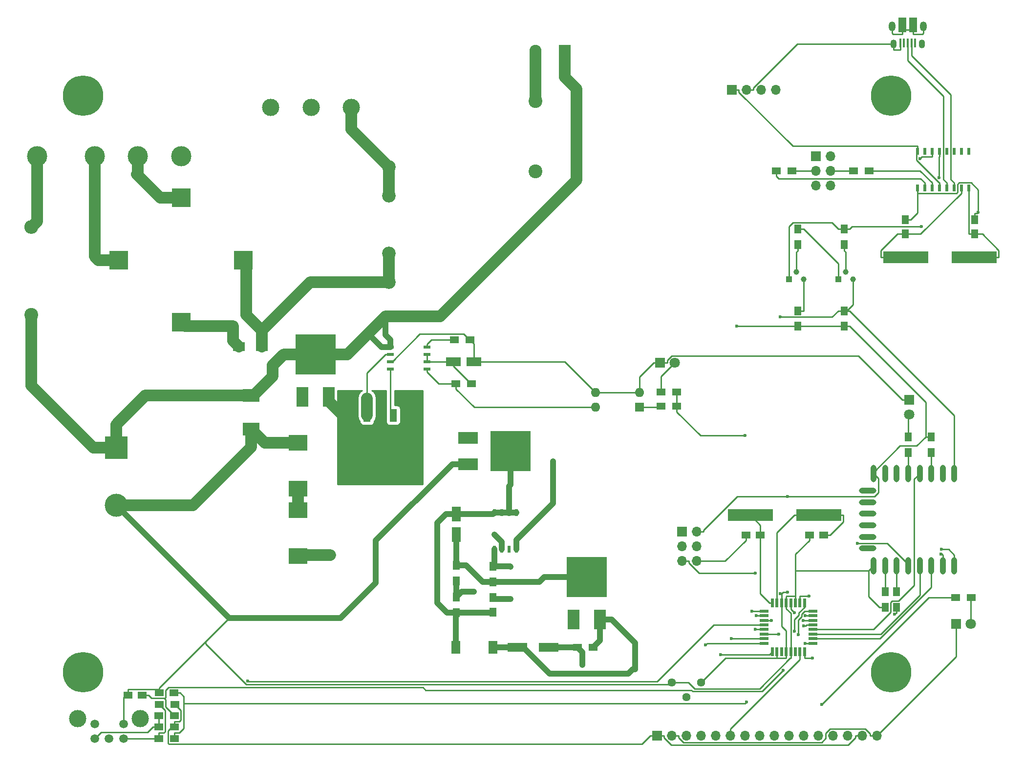
<source format=gbr>
G04 #@! TF.FileFunction,Copper,L1,Top,Signal*
%FSLAX46Y46*%
G04 Gerber Fmt 4.6, Leading zero omitted, Abs format (unit mm)*
G04 Created by KiCad (PCBNEW 4.0.6) date Fri Jun  2 22:43:18 2017*
%MOMM*%
%LPD*%
G01*
G04 APERTURE LIST*
%ADD10C,0.100000*%
%ADD11R,1.200000X2.200000*%
%ADD12R,5.800000X6.400000*%
%ADD13R,2.750000X3.050000*%
%ADD14R,1.250000X1.500000*%
%ADD15R,1.600000X2.600000*%
%ADD16C,3.000000*%
%ADD17R,2.000000X1.600000*%
%ADD18R,2.600000X1.600000*%
%ADD19R,3.500000X1.600000*%
%ADD20R,1.500000X1.250000*%
%ADD21R,3.000000X2.200000*%
%ADD22R,4.000000X4.000000*%
%ADD23C,4.000000*%
%ADD24R,1.800000X1.800000*%
%ADD25C,1.800000*%
%ADD26C,3.500000*%
%ADD27R,1.700000X1.700000*%
%ADD28O,1.700000X1.700000*%
%ADD29C,2.350000*%
%ADD30R,2.100000X3.600000*%
%ADD31O,2.100000X3.600000*%
%ADD32R,0.400000X1.650000*%
%ADD33O,1.100000X1.500000*%
%ADD34O,1.200000X1.700000*%
%ADD35R,1.430000X2.500000*%
%ADD36R,1.500000X2.200000*%
%ADD37C,2.400000*%
%ADD38R,3.180000X3.180000*%
%ADD39C,1.000000*%
%ADD40R,1.000000X1.000000*%
%ADD41R,1.300000X1.500000*%
%ADD42R,3.200000X2.700000*%
%ADD43R,1.500000X1.300000*%
%ADD44O,2.400000X2.400000*%
%ADD45C,1.600000*%
%ADD46C,1.440000*%
%ADD47R,0.508000X1.143000*%
%ADD48R,0.550000X1.600000*%
%ADD49R,1.600000X0.550000*%
%ADD50R,1.143000X0.508000*%
%ADD51R,1.600000X1.600000*%
%ADD52O,1.600000X1.600000*%
%ADD53O,1.000000X3.000000*%
%ADD54O,3.000000X1.000000*%
%ADD55R,7.875000X2.000000*%
%ADD56R,2.000000X3.500000*%
%ADD57R,7.000000X7.000000*%
%ADD58R,3.500000X2.000000*%
%ADD59C,1.500000*%
%ADD60C,7.000000*%
%ADD61C,0.600000*%
%ADD62C,1.200000*%
%ADD63C,1.000000*%
%ADD64C,2.000000*%
%ADD65C,0.250000*%
%ADD66C,0.254000*%
G04 APERTURE END LIST*
D10*
D11*
X128263000Y-97435000D03*
X123703000Y-97435000D03*
D12*
X125983000Y-103735000D03*
D13*
X124458000Y-105410000D03*
X127508000Y-102060000D03*
X127508000Y-105410000D03*
X124458000Y-102060000D03*
D14*
X145542000Y-131552000D03*
X145542000Y-129052000D03*
D15*
X139192000Y-118154000D03*
X139192000Y-114554000D03*
D16*
X107000000Y-44000000D03*
X114000000Y-44000000D03*
X121000000Y-44000000D03*
D17*
X101500000Y-85500000D03*
X105500000Y-85500000D03*
D18*
X138662000Y-88138000D03*
X142262000Y-88138000D03*
D19*
X149794000Y-137668000D03*
X155194000Y-137668000D03*
D20*
X191882000Y-118214000D03*
X189382000Y-118214000D03*
X202882000Y-118214000D03*
X200382000Y-118214000D03*
D21*
X103632000Y-94022000D03*
X103632000Y-99822000D03*
D22*
X80264000Y-103030000D03*
D23*
X80264000Y-113030000D03*
D20*
X84750000Y-146000000D03*
X82250000Y-146000000D03*
X90250000Y-145542000D03*
X87750000Y-145542000D03*
D14*
X229000000Y-63500000D03*
X229000000Y-66000000D03*
X217000000Y-63500000D03*
X217000000Y-66000000D03*
D24*
X225806000Y-133604000D03*
D25*
X228346000Y-133604000D03*
D26*
X91500000Y-52500000D03*
X84000000Y-52500000D03*
X76500000Y-52500000D03*
X66500000Y-52500000D03*
D24*
X174505000Y-88352500D03*
D25*
X177045000Y-88352500D03*
D24*
X217678000Y-94742000D03*
D25*
X217678000Y-97282000D03*
D27*
X173980000Y-153000000D03*
D28*
X176520000Y-153000000D03*
X179060000Y-153000000D03*
X181600000Y-153000000D03*
X184140000Y-153000000D03*
X186680000Y-153000000D03*
X189220000Y-153000000D03*
X191760000Y-153000000D03*
X194300000Y-153000000D03*
X196840000Y-153000000D03*
X199380000Y-153000000D03*
X201920000Y-153000000D03*
X204460000Y-153000000D03*
X207000000Y-153000000D03*
X209540000Y-153000000D03*
X212080000Y-153000000D03*
D29*
X127508000Y-59342000D03*
X127508000Y-54342000D03*
X127508000Y-69342000D03*
X127508000Y-74342000D03*
D30*
X158000000Y-35000000D03*
D31*
X152920000Y-35000000D03*
D27*
X178308000Y-117602000D03*
D28*
X180848000Y-117602000D03*
X178308000Y-120142000D03*
X180848000Y-120142000D03*
X178308000Y-122682000D03*
X180848000Y-122682000D03*
D32*
X218720000Y-32880000D03*
X218070000Y-32880000D03*
X217420000Y-32880000D03*
X216770000Y-32880000D03*
X216120000Y-32880000D03*
D33*
X219840000Y-33000000D03*
X215000000Y-33000000D03*
D34*
X220150000Y-30000000D03*
X214690000Y-30000000D03*
D35*
X218380000Y-29760000D03*
X216460000Y-29760000D03*
D27*
X201460000Y-52460000D03*
D28*
X204000000Y-52460000D03*
X201460000Y-55000000D03*
X204000000Y-55000000D03*
X201460000Y-57540000D03*
X204000000Y-57540000D03*
D27*
X186920000Y-41000000D03*
D28*
X189460000Y-41000000D03*
X192000000Y-41000000D03*
X194540000Y-41000000D03*
D36*
X139142000Y-137668000D03*
X145542000Y-137668000D03*
D37*
X152908000Y-42918000D03*
X152908000Y-55118000D03*
D38*
X102300000Y-70500000D03*
X91500000Y-59700000D03*
X80700000Y-70500000D03*
X91500000Y-81300000D03*
D39*
X206648000Y-72530000D03*
X207918000Y-73800000D03*
D40*
X205378000Y-73800000D03*
D39*
X198108000Y-72530000D03*
X199378000Y-73800000D03*
D40*
X196838000Y-73800000D03*
D41*
X145542000Y-126318000D03*
X145542000Y-123618000D03*
X139192000Y-128952000D03*
X139192000Y-131652000D03*
X139192000Y-126144000D03*
X139192000Y-123444000D03*
D42*
X111760000Y-102222000D03*
X111760000Y-110122000D03*
D43*
X162894000Y-137668000D03*
X160194000Y-137668000D03*
X141558000Y-84328000D03*
X138858000Y-84328000D03*
X139112000Y-91948000D03*
X141812000Y-91948000D03*
X228426000Y-129032000D03*
X225726000Y-129032000D03*
X177395000Y-95852500D03*
X174695000Y-95852500D03*
X174695000Y-93352500D03*
X177395000Y-93352500D03*
D37*
X65532000Y-80010000D03*
D44*
X65532000Y-64770000D03*
D41*
X206378000Y-79300000D03*
X206378000Y-82000000D03*
X221500000Y-103850000D03*
X221500000Y-101150000D03*
X215500000Y-130700000D03*
X215500000Y-128000000D03*
X213500000Y-130700000D03*
X213500000Y-128000000D03*
X206378000Y-65100000D03*
X206378000Y-67800000D03*
X198378000Y-65100000D03*
X198378000Y-67800000D03*
X198378000Y-82000000D03*
X198378000Y-79300000D03*
D43*
X87650000Y-151500000D03*
X90350000Y-151500000D03*
X87724000Y-147574000D03*
X90424000Y-147574000D03*
X90350000Y-149500000D03*
X87650000Y-149500000D03*
X87650000Y-153500000D03*
X90350000Y-153500000D03*
X208000000Y-55000000D03*
X210700000Y-55000000D03*
X197350000Y-55000000D03*
X194650000Y-55000000D03*
D41*
X217500000Y-103850000D03*
X217500000Y-101150000D03*
D42*
X111760000Y-121806000D03*
X111760000Y-113906000D03*
D45*
X100500000Y-82000000D03*
X102800000Y-77000000D03*
D46*
X181610000Y-143764000D03*
X179070000Y-146304000D03*
X176530000Y-143764000D03*
D47*
X145796000Y-114300000D03*
X147066000Y-114300000D03*
X148336000Y-114300000D03*
X149606000Y-114300000D03*
X149606000Y-120650000D03*
X148336000Y-120650000D03*
X147066000Y-120650000D03*
X145796000Y-120650000D03*
D48*
X199542000Y-129930000D03*
X198742000Y-129930000D03*
X197942000Y-129930000D03*
X197142000Y-129930000D03*
X196342000Y-129930000D03*
X195542000Y-129930000D03*
X194742000Y-129930000D03*
X193942000Y-129930000D03*
D49*
X192492000Y-131380000D03*
X192492000Y-132180000D03*
X192492000Y-132980000D03*
X192492000Y-133780000D03*
X192492000Y-134580000D03*
X192492000Y-135380000D03*
X192492000Y-136180000D03*
X192492000Y-136980000D03*
D48*
X193942000Y-138430000D03*
X194742000Y-138430000D03*
X195542000Y-138430000D03*
X196342000Y-138430000D03*
X197142000Y-138430000D03*
X197942000Y-138430000D03*
X198742000Y-138430000D03*
X199542000Y-138430000D03*
D49*
X200992000Y-136980000D03*
X200992000Y-136180000D03*
X200992000Y-135380000D03*
X200992000Y-134580000D03*
X200992000Y-133780000D03*
X200992000Y-132980000D03*
X200992000Y-132180000D03*
X200992000Y-131380000D03*
D50*
X134112000Y-85598000D03*
X134112000Y-86868000D03*
X134112000Y-88138000D03*
X134112000Y-89408000D03*
X127762000Y-89408000D03*
X127762000Y-88138000D03*
X127762000Y-86868000D03*
X127762000Y-85598000D03*
D51*
X170942000Y-96012000D03*
D52*
X163322000Y-93472000D03*
X170942000Y-93472000D03*
X163322000Y-96012000D03*
D53*
X225500000Y-107500000D03*
X223500000Y-107500000D03*
X221500000Y-107500000D03*
X219500000Y-107500000D03*
X217500000Y-107500000D03*
X215500000Y-107500000D03*
X213500000Y-107500000D03*
X211500000Y-107500000D03*
D54*
X210500000Y-110500000D03*
X210500000Y-112500000D03*
X210500000Y-114500000D03*
X210500000Y-116500000D03*
X210500000Y-118500000D03*
X210500000Y-120500000D03*
D53*
X211500000Y-123500000D03*
X213500000Y-123500000D03*
X215500000Y-123500000D03*
X217500000Y-123500000D03*
X219500000Y-123500000D03*
X221500000Y-123500000D03*
X223500000Y-123500000D03*
X225500000Y-123500000D03*
D47*
X219110000Y-51650000D03*
X221650000Y-51650000D03*
X222920000Y-51650000D03*
X224190000Y-51650000D03*
X225460000Y-51650000D03*
X226730000Y-51650000D03*
X228000000Y-51650000D03*
X228000000Y-58000000D03*
X226730000Y-58000000D03*
X225460000Y-58000000D03*
X224190000Y-58000000D03*
X222920000Y-58000000D03*
X221650000Y-58000000D03*
X220380000Y-58000000D03*
X219110000Y-58000000D03*
X220380000Y-51650000D03*
D55*
X202007500Y-114714000D03*
X190132500Y-114714000D03*
X228937500Y-70000000D03*
X217062500Y-70000000D03*
D56*
X112508000Y-94237000D03*
X117088000Y-94237000D03*
D57*
X114808000Y-86837000D03*
D56*
X159498000Y-132845000D03*
X164078000Y-132845000D03*
D57*
X161798000Y-125445000D03*
D58*
X141221000Y-101332000D03*
X141221000Y-105912000D03*
D57*
X148621000Y-103632000D03*
D59*
X76500000Y-151000000D03*
X81500000Y-151000000D03*
X76500000Y-153500000D03*
X79000000Y-153500000D03*
X81500000Y-153500000D03*
D16*
X73600000Y-150000000D03*
X84400000Y-150000000D03*
D60*
X74500000Y-42000000D03*
D61*
X77125000Y-42000000D03*
X76356155Y-43856155D03*
X74500000Y-44625000D03*
X72643845Y-43856155D03*
X71875000Y-42000000D03*
X72643845Y-40143845D03*
X74500000Y-39375000D03*
X76356155Y-40143845D03*
D60*
X74500000Y-142000000D03*
D61*
X77125000Y-142000000D03*
X76356155Y-143856155D03*
X74500000Y-144625000D03*
X72643845Y-143856155D03*
X71875000Y-142000000D03*
X72643845Y-140143845D03*
X74500000Y-139375000D03*
X76356155Y-140143845D03*
D60*
X214500000Y-42000000D03*
D61*
X217125000Y-42000000D03*
X216356155Y-43856155D03*
X214500000Y-44625000D03*
X212643845Y-43856155D03*
X211875000Y-42000000D03*
X212643845Y-40143845D03*
X214500000Y-39375000D03*
X216356155Y-40143845D03*
D60*
X214500000Y-142000000D03*
D61*
X217125000Y-142000000D03*
X216356155Y-143856155D03*
X214500000Y-144625000D03*
X212643845Y-143856155D03*
X211875000Y-142000000D03*
X212643845Y-140143845D03*
X214500000Y-139375000D03*
X216356155Y-140143845D03*
X148590000Y-129286000D03*
X148590000Y-123698000D03*
X161036000Y-140716000D03*
X229642400Y-62249200D03*
X170180000Y-141478000D03*
X215118000Y-131954200D03*
X196602500Y-128074400D03*
X196602500Y-111500000D03*
X195350900Y-128327100D03*
X197784400Y-131688700D03*
X187783200Y-82000000D03*
X155956000Y-105410000D03*
X195848800Y-141661000D03*
X198437300Y-135475900D03*
X197806600Y-134873100D03*
X189437000Y-147180200D03*
X182390200Y-137261400D03*
X185014900Y-138923900D03*
X200341800Y-128804700D03*
X190369500Y-131380000D03*
X191191700Y-132180000D03*
X193797600Y-132980000D03*
X186853100Y-136180000D03*
X199398600Y-133939800D03*
X191022800Y-124795300D03*
X195322600Y-80375400D03*
X199317900Y-132980000D03*
X199671500Y-132180000D03*
X223199300Y-121481300D03*
X223280100Y-120677800D03*
X200912000Y-139555300D03*
X199671300Y-136980000D03*
X219532300Y-52927300D03*
X208708500Y-119650000D03*
X222865700Y-56236700D03*
X219754100Y-64648500D03*
X142240000Y-128016000D03*
X145796000Y-118110000D03*
X195081800Y-135380000D03*
X202536900Y-147574000D03*
X191002700Y-134580000D03*
X189205200Y-100944100D03*
D62*
X117348000Y-121666000D03*
X123703000Y-94493000D03*
D61*
X103045000Y-143473200D03*
D62*
X121000000Y-101000000D03*
X121000000Y-105000000D03*
X121000000Y-108000000D03*
X124500000Y-108000000D03*
X128000000Y-108000000D03*
X131500000Y-108000000D03*
X131500000Y-105000000D03*
X131500000Y-101000000D03*
X128000000Y-101000000D03*
X128000000Y-105000000D03*
X124500000Y-101000000D03*
X124500000Y-105000000D03*
X131572000Y-103632000D03*
D63*
X139192000Y-131652000D02*
X137542000Y-131652000D01*
X137542000Y-131652000D02*
X135890000Y-130000000D01*
X135890000Y-130000000D02*
X135890000Y-116056000D01*
X135890000Y-116056000D02*
X137392000Y-114554000D01*
X137392000Y-114554000D02*
X139192000Y-114554000D01*
X139192000Y-131552000D02*
X139192000Y-131652000D01*
X145442000Y-131652000D02*
X145542000Y-131552000D01*
X139192000Y-131652000D02*
X145442000Y-131652000D01*
X139142000Y-131702000D02*
X139192000Y-131652000D01*
X139142000Y-137668000D02*
X139142000Y-131702000D01*
X148336000Y-114300000D02*
X149606000Y-114300000D01*
X147066000Y-114300000D02*
X148336000Y-114300000D01*
X145796000Y-114300000D02*
X147066000Y-114300000D01*
X145542000Y-114554000D02*
X145796000Y-114300000D01*
X139192000Y-114554000D02*
X145542000Y-114554000D01*
X148336000Y-109728000D02*
X148336000Y-114300000D01*
X148621000Y-109443000D02*
X148336000Y-109728000D01*
X148621000Y-103632000D02*
X148621000Y-109443000D01*
X145796000Y-120650000D02*
X145796000Y-123364000D01*
X145796000Y-123364000D02*
X145542000Y-123618000D01*
X145776000Y-129286000D02*
X145542000Y-129052000D01*
X148590000Y-129286000D02*
X145776000Y-129286000D01*
X148510000Y-123618000D02*
X148590000Y-123698000D01*
X145542000Y-123618000D02*
X148510000Y-123618000D01*
X153590000Y-126318000D02*
X145542000Y-126318000D01*
X154463000Y-125445000D02*
X153590000Y-126318000D01*
X161798000Y-125445000D02*
X154463000Y-125445000D01*
X143716000Y-126318000D02*
X145542000Y-126318000D01*
X140842000Y-123444000D02*
X143716000Y-126318000D01*
X139192000Y-123444000D02*
X140842000Y-123444000D01*
X139192000Y-118154000D02*
X139192000Y-123444000D01*
D64*
X92200000Y-82000000D02*
X91500000Y-81300000D01*
X100500000Y-82000000D02*
X92200000Y-82000000D01*
X100500000Y-84500000D02*
X101500000Y-85500000D01*
X100500000Y-82000000D02*
X100500000Y-84500000D01*
X127508000Y-54342000D02*
X127508000Y-59342000D01*
X121000000Y-47834000D02*
X127508000Y-54342000D01*
X121000000Y-44000000D02*
X121000000Y-47834000D01*
X102800000Y-71000000D02*
X102300000Y-70500000D01*
X102800000Y-77000000D02*
X102800000Y-71000000D01*
X102800000Y-80000000D02*
X105500000Y-82700000D01*
X102800000Y-77000000D02*
X102800000Y-80000000D01*
X127508000Y-69342000D02*
X127508000Y-74342000D01*
X113858000Y-74342000D02*
X105500000Y-82700000D01*
X127508000Y-74342000D02*
X113858000Y-74342000D01*
X105500000Y-82700000D02*
X105500000Y-85500000D01*
D65*
X138662000Y-88898000D02*
X138662000Y-88138000D01*
X141712000Y-91948000D02*
X138662000Y-88898000D01*
X141812000Y-91948000D02*
X141712000Y-91948000D01*
X134112000Y-88138000D02*
X134112000Y-86868000D01*
X138662000Y-88138000D02*
X134112000Y-88138000D01*
X225806000Y-133604000D02*
X225806000Y-139274000D01*
X225806000Y-139274000D02*
X212080000Y-153000000D01*
X163322000Y-93472000D02*
X164453370Y-93472000D01*
X164453370Y-93472000D02*
X170942000Y-93472000D01*
D63*
X161036000Y-140716000D02*
X161036000Y-138510000D01*
X161036000Y-138510000D02*
X160194000Y-137668000D01*
D65*
X185789000Y-122682000D02*
X180848000Y-122682000D01*
X189382000Y-119089000D02*
X185789000Y-122682000D01*
X189382000Y-118214000D02*
X189382000Y-119089000D01*
D63*
X160194000Y-137668000D02*
X155194000Y-137668000D01*
D65*
X173355000Y-88352500D02*
X174505000Y-88352500D01*
X170942000Y-90765200D02*
X173355000Y-88352500D01*
X170942000Y-93472000D02*
X170942000Y-90765200D01*
X157988000Y-88138000D02*
X163322000Y-93472000D01*
X142262000Y-88138000D02*
X157988000Y-88138000D01*
X142262000Y-85032000D02*
X141558000Y-84328000D01*
X142262000Y-88138000D02*
X142262000Y-85032000D01*
X141458000Y-84328000D02*
X141558000Y-84328000D01*
X140483000Y-83353000D02*
X141458000Y-84328000D01*
X132865000Y-83353000D02*
X140483000Y-83353000D01*
X128080000Y-88138000D02*
X132865000Y-83353000D01*
X127762000Y-88138000D02*
X128080000Y-88138000D01*
D64*
X106032000Y-102222000D02*
X103632000Y-99822000D01*
X111760000Y-102222000D02*
X106032000Y-102222000D01*
X103632000Y-102922000D02*
X103632000Y-99822000D01*
X93524000Y-113030000D02*
X103632000Y-102922000D01*
X80264000Y-113030000D02*
X93524000Y-113030000D01*
D63*
X119126000Y-132588000D02*
X99822000Y-132588000D01*
X125222000Y-126492000D02*
X119126000Y-132588000D01*
X125222000Y-119161000D02*
X125222000Y-126492000D01*
X138471000Y-105912000D02*
X125222000Y-119161000D01*
X141221000Y-105912000D02*
X138471000Y-105912000D01*
X99822000Y-132588000D02*
X80264000Y-113030000D01*
D65*
X197942000Y-129930000D02*
X197942000Y-128880000D01*
X196342000Y-128880000D02*
X196342000Y-129930000D01*
X196417000Y-128805000D02*
X196342000Y-128880000D01*
X197867000Y-128805000D02*
X196417000Y-128805000D01*
X197942000Y-128880000D02*
X197867000Y-128805000D01*
X197942000Y-121529000D02*
X197942000Y-124339400D01*
X200382000Y-119089000D02*
X197942000Y-121529000D01*
X200382000Y-118214000D02*
X200382000Y-119089000D01*
X197942000Y-124339400D02*
X197942000Y-128880000D01*
X87750000Y-145542000D02*
X87750000Y-144970900D01*
X82328800Y-144970900D02*
X82250000Y-145049700D01*
X87750000Y-144970900D02*
X82328800Y-144970900D01*
X217000000Y-63500000D02*
X217950300Y-63500000D01*
X213500000Y-130700000D02*
X212524700Y-130700000D01*
X210660600Y-128835900D02*
X212524700Y-130700000D01*
X210660600Y-124339400D02*
X210660600Y-128835900D01*
X197942000Y-124339400D02*
X210660600Y-124339400D01*
X210660600Y-124339400D02*
X211500000Y-123500000D01*
X197142000Y-131780000D02*
X197142000Y-138430000D01*
X196342000Y-130980000D02*
X197142000Y-131780000D01*
X196342000Y-129930000D02*
X196342000Y-130980000D01*
X197142000Y-138430000D02*
X197142000Y-139555300D01*
X189460000Y-41000000D02*
X190635300Y-41000000D01*
X214850000Y-31335300D02*
X214690000Y-31175300D01*
X216460000Y-31335300D02*
X214850000Y-31335300D01*
X214690000Y-30000000D02*
X214690000Y-31175300D01*
X219990000Y-31335300D02*
X220150000Y-31175300D01*
X218380000Y-31335300D02*
X219990000Y-31335300D01*
X220150000Y-30000000D02*
X220150000Y-31175300D01*
X216460000Y-30547600D02*
X218380000Y-30547600D01*
X218380000Y-29760000D02*
X218380000Y-30547600D01*
X218380000Y-30547600D02*
X218380000Y-31335300D01*
X216460000Y-29760000D02*
X216460000Y-30547600D01*
X216460000Y-30547600D02*
X216460000Y-31335300D01*
X198268000Y-33000000D02*
X215000000Y-33000000D01*
X190635300Y-40632700D02*
X198268000Y-33000000D01*
X190635300Y-41000000D02*
X190635300Y-40632700D01*
X216075000Y-34075300D02*
X216120000Y-34030300D01*
X215000000Y-34075300D02*
X216075000Y-34075300D01*
X216120000Y-32880000D02*
X216120000Y-34030300D01*
X215000000Y-33000000D02*
X215000000Y-34075300D01*
X176520000Y-153000000D02*
X177695300Y-153000000D01*
X177695300Y-153301300D02*
X177695300Y-153000000D01*
X178569300Y-154175300D02*
X177695300Y-153301300D01*
X202473700Y-154175300D02*
X178569300Y-154175300D01*
X203190000Y-153459000D02*
X202473700Y-154175300D01*
X203190000Y-152598700D02*
X203190000Y-153459000D01*
X203976300Y-151812400D02*
X203190000Y-152598700D01*
X210084400Y-151812400D02*
X203976300Y-151812400D01*
X210904700Y-152632700D02*
X210084400Y-151812400D01*
X210904700Y-153000000D02*
X210904700Y-152632700D01*
X212080000Y-153000000D02*
X210904700Y-153000000D01*
X229000000Y-63500000D02*
X229000000Y-62424700D01*
X229466900Y-62424700D02*
X229000000Y-62424700D01*
X229642400Y-62249200D02*
X229466900Y-62424700D01*
X175730300Y-87892900D02*
X175730300Y-88352500D01*
X176496000Y-87127200D02*
X175730300Y-87892900D01*
X208837900Y-87127200D02*
X176496000Y-87127200D01*
X216452700Y-94742000D02*
X208837900Y-87127200D01*
X217678000Y-94742000D02*
X216452700Y-94742000D01*
X174505000Y-88352500D02*
X175730300Y-88352500D01*
X82250000Y-146000000D02*
X82250000Y-145524800D01*
X82250000Y-145524800D02*
X82250000Y-145049700D01*
X81500000Y-146274800D02*
X81500000Y-151000000D01*
X82250000Y-145524800D02*
X81500000Y-146274800D01*
X87750000Y-144667000D02*
X95755800Y-136661200D01*
X87750000Y-144970900D02*
X87750000Y-144667000D01*
X99822000Y-132595000D02*
X99822000Y-132588000D01*
X95755800Y-136661200D02*
X99822000Y-132595000D01*
X176192300Y-144101700D02*
X176530000Y-143764000D01*
X102789200Y-144101700D02*
X176192300Y-144101700D01*
X95755800Y-137068300D02*
X102789200Y-144101700D01*
X95755800Y-136661200D02*
X95755800Y-137068300D01*
X179435200Y-143764000D02*
X176530000Y-143764000D01*
X180527200Y-144856000D02*
X179435200Y-143764000D01*
X191738700Y-144856000D02*
X180527200Y-144856000D01*
X197039400Y-139555300D02*
X191738700Y-144856000D01*
X197142000Y-139555300D02*
X197039400Y-139555300D01*
X229642400Y-58306000D02*
X229642400Y-62249200D01*
X228439500Y-57103100D02*
X229642400Y-58306000D01*
X226340000Y-57103100D02*
X228439500Y-57103100D01*
X226039400Y-57403700D02*
X226340000Y-57103100D01*
X226039400Y-58706200D02*
X226039400Y-57403700D01*
X225848800Y-58896800D02*
X226039400Y-58706200D01*
X219110000Y-58896800D02*
X225848800Y-58896800D01*
X219110000Y-58000000D02*
X219110000Y-58896800D01*
X219110000Y-62340300D02*
X217950300Y-63500000D01*
X219110000Y-58896800D02*
X219110000Y-62340300D01*
D63*
X168993736Y-142240000D02*
X155316000Y-142240000D01*
X155316000Y-142240000D02*
X150744000Y-137668000D01*
X150744000Y-137668000D02*
X149794000Y-137668000D01*
X170180000Y-141478000D02*
X169755736Y-141478000D01*
X169755736Y-141478000D02*
X168993736Y-142240000D01*
X170180000Y-141478000D02*
X170180000Y-136947000D01*
X170180000Y-136947000D02*
X166078000Y-132845000D01*
X166078000Y-132845000D02*
X164078000Y-132845000D01*
X149794000Y-137668000D02*
X145542000Y-137668000D01*
X164078000Y-136484000D02*
X162894000Y-137668000D01*
X164078000Y-132845000D02*
X164078000Y-136484000D01*
D65*
X218929000Y-102745700D02*
X220524700Y-101150000D01*
X216087000Y-102745700D02*
X218929000Y-102745700D01*
X211500000Y-107332700D02*
X216087000Y-102745700D01*
X211500000Y-107500000D02*
X211500000Y-107332700D01*
X221500000Y-101150000D02*
X220524700Y-101150000D01*
X196342000Y-139555300D02*
X194742000Y-139555300D01*
X194742000Y-138430000D02*
X194742000Y-139442700D01*
X194742000Y-139442700D02*
X194742000Y-139555300D01*
X185818600Y-139555400D02*
X181610000Y-143764000D01*
X194742000Y-139555400D02*
X185818600Y-139555400D01*
X194742000Y-139555300D02*
X194742000Y-139555400D01*
X196342000Y-138992600D02*
X196342000Y-139555300D01*
X196342000Y-138992600D02*
X196342000Y-138430000D01*
X195542000Y-134006100D02*
X195542000Y-129930000D01*
X196342000Y-134806100D02*
X195542000Y-134006100D01*
X196342000Y-138430000D02*
X196342000Y-134806100D01*
X91203400Y-150524700D02*
X90350000Y-150524700D01*
X91467000Y-150261100D02*
X91203400Y-150524700D01*
X91467000Y-148617000D02*
X91467000Y-150261100D01*
X90424000Y-147574000D02*
X91467000Y-148617000D01*
X215500000Y-130700000D02*
X215500000Y-131775300D01*
X215296900Y-131775300D02*
X215118000Y-131954200D01*
X215500000Y-131775300D02*
X215296900Y-131775300D01*
X220524700Y-95171400D02*
X220524700Y-101150000D01*
X207353300Y-82000000D02*
X220524700Y-95171400D01*
X206378000Y-82000000D02*
X207353300Y-82000000D01*
X180848000Y-117602000D02*
X182023300Y-117602000D01*
X209540000Y-153000000D02*
X208364700Y-153000000D01*
X173980000Y-153000000D02*
X175155300Y-153000000D01*
X208364700Y-153367300D02*
X208364700Y-153000000D01*
X207106400Y-154625600D02*
X208364700Y-153367300D01*
X176413500Y-154625600D02*
X207106400Y-154625600D01*
X175155300Y-153367400D02*
X176413500Y-154625600D01*
X175155300Y-153000000D02*
X175155300Y-153367400D01*
X212364300Y-108364300D02*
X211500000Y-107500000D01*
X212364300Y-110817500D02*
X212364300Y-108364300D01*
X211681800Y-111500000D02*
X212364300Y-110817500D01*
X196602500Y-111500000D02*
X211681800Y-111500000D01*
X187904900Y-111500000D02*
X196602500Y-111500000D01*
X182023300Y-117381600D02*
X187904900Y-111500000D01*
X182023300Y-117602000D02*
X182023300Y-117381600D01*
X222920000Y-58000000D02*
X222920000Y-57103200D01*
X195542000Y-129930000D02*
X195542000Y-128804700D01*
X186920000Y-41000000D02*
X188095300Y-41000000D01*
X188095300Y-41367400D02*
X188095300Y-41000000D01*
X197481100Y-50753200D02*
X188095300Y-41367400D01*
X219110000Y-50753200D02*
X197481100Y-50753200D01*
X219110000Y-51650000D02*
X219110000Y-50753200D01*
X222823900Y-57103200D02*
X222920000Y-57103200D01*
X218907000Y-53186300D02*
X222823900Y-57103200D01*
X218907000Y-51853000D02*
X218907000Y-53186300D01*
X219110000Y-51650000D02*
X218907000Y-51853000D01*
X195542000Y-128804700D02*
X195542000Y-128327100D01*
X195794700Y-128074400D02*
X195542000Y-128327100D01*
X196602500Y-128074400D02*
X195794700Y-128074400D01*
X195542000Y-128327100D02*
X195350900Y-128327100D01*
X197151000Y-131055300D02*
X197784400Y-131688700D01*
X197142000Y-131055300D02*
X197151000Y-131055300D01*
X197142000Y-129930000D02*
X197142000Y-131055300D01*
X206378000Y-82000000D02*
X198378000Y-82000000D01*
X198378000Y-82000000D02*
X187783200Y-82000000D01*
X90350000Y-151500000D02*
X90350000Y-151012300D01*
X90350000Y-151012300D02*
X90350000Y-150524700D01*
X171329300Y-154475400D02*
X172804700Y-153000000D01*
X89371800Y-154475400D02*
X171329300Y-154475400D01*
X89210000Y-154313600D02*
X89371800Y-154475400D01*
X89210000Y-152152300D02*
X89210000Y-154313600D01*
X90350000Y-151012300D02*
X89210000Y-152152300D01*
X173980000Y-153000000D02*
X172804700Y-153000000D01*
X193417000Y-129930000D02*
X193942000Y-129930000D01*
X191882000Y-128395000D02*
X193417000Y-129930000D01*
X191882000Y-118214000D02*
X191882000Y-128395000D01*
X190132500Y-114714500D02*
X190132000Y-114714000D01*
X191882000Y-116464000D02*
X190132500Y-114714500D01*
X191882000Y-118214000D02*
X191882000Y-116464000D01*
X190132500Y-114714500D02*
X190132500Y-114714000D01*
X202007500Y-114714000D02*
X197744700Y-114714000D01*
X206270300Y-115901000D02*
X206270300Y-114714000D01*
X203957300Y-118214000D02*
X206270300Y-115901000D01*
X202007500Y-114714000D02*
X206270300Y-114714000D01*
X202882000Y-118214000D02*
X203957300Y-118214000D01*
X194725600Y-128788300D02*
X194742000Y-128804700D01*
X194725600Y-117733100D02*
X194725600Y-128788300D01*
X197744700Y-114714000D02*
X194725600Y-117733100D01*
X194742000Y-129930000D02*
X194742000Y-128804700D01*
D63*
X155956000Y-112728000D02*
X155956000Y-105410000D01*
X149606000Y-119078000D02*
X155956000Y-112728000D01*
X149606000Y-120650000D02*
X149606000Y-119078000D01*
D64*
X126881000Y-80264000D02*
X123833000Y-83312000D01*
D63*
X123904000Y-83312000D02*
X123833000Y-83312000D01*
X126190000Y-85598000D02*
X123904000Y-83312000D01*
X127762000Y-85598000D02*
X126190000Y-85598000D01*
X126881000Y-83463000D02*
X126881000Y-80264000D01*
X127762000Y-84344000D02*
X126881000Y-83463000D01*
X127762000Y-85598000D02*
X127762000Y-84344000D01*
D64*
X120308000Y-86837000D02*
X114808000Y-86837000D01*
X123833000Y-83312000D02*
X120308000Y-86837000D01*
X136398000Y-80264000D02*
X126881000Y-80264000D01*
X160020000Y-56642000D02*
X136398000Y-80264000D01*
X160020000Y-40820000D02*
X160020000Y-56642000D01*
X158000000Y-38800000D02*
X160020000Y-40820000D01*
X158000000Y-35000000D02*
X158000000Y-38800000D01*
X109308000Y-86837000D02*
X114808000Y-86837000D01*
X107376000Y-88769000D02*
X109308000Y-86837000D01*
X107376000Y-90678000D02*
X107376000Y-88769000D01*
X104032000Y-94022000D02*
X107376000Y-90678000D01*
X103632000Y-94022000D02*
X104032000Y-94022000D01*
X85272000Y-94022000D02*
X103632000Y-94022000D01*
X80264000Y-99030000D02*
X85272000Y-94022000D01*
X80264000Y-103030000D02*
X80264000Y-99030000D01*
X76264000Y-103030000D02*
X80264000Y-103030000D01*
X65532000Y-92298000D02*
X76264000Y-103030000D01*
X65532000Y-80010000D02*
X65532000Y-92298000D01*
D65*
X84750000Y-146000000D02*
X85825300Y-146000000D01*
X192176500Y-145333300D02*
X195848800Y-141661000D01*
X180142300Y-145333300D02*
X192176500Y-145333300D01*
X179890100Y-145081100D02*
X180142300Y-145333300D01*
X133887700Y-145081100D02*
X179890100Y-145081100D01*
X133398200Y-144591600D02*
X133887700Y-145081100D01*
X89327100Y-144591600D02*
X133398200Y-144591600D01*
X88825400Y-145093300D02*
X89327100Y-144591600D01*
X88825400Y-146386100D02*
X88825400Y-145093300D01*
X88612900Y-146598600D02*
X88825400Y-146386100D01*
X88506600Y-146492400D02*
X88612900Y-146598600D01*
X86317700Y-146492400D02*
X88506600Y-146492400D01*
X85825300Y-146000000D02*
X86317700Y-146492400D01*
X88838100Y-147988100D02*
X90350000Y-149500000D01*
X88838100Y-146823900D02*
X88838100Y-147988100D01*
X88612900Y-146598600D02*
X88838100Y-146823900D01*
X199547900Y-131380000D02*
X200992000Y-131380000D01*
X199008200Y-131919700D02*
X199547900Y-131380000D01*
X199008200Y-132369200D02*
X199008200Y-131919700D01*
X198437300Y-132940100D02*
X199008200Y-132369200D01*
X198437300Y-135475900D02*
X198437300Y-132940100D01*
X189244300Y-147372900D02*
X91965100Y-147372900D01*
X189437000Y-147180200D02*
X189244300Y-147372900D01*
X91965100Y-146181800D02*
X91965100Y-147372900D01*
X91325300Y-145542000D02*
X91965100Y-146181800D01*
X91203400Y-152524700D02*
X90350000Y-152524700D01*
X91965100Y-151763000D02*
X91203400Y-152524700D01*
X91965100Y-147372900D02*
X91965100Y-151763000D01*
X90350000Y-153500000D02*
X90350000Y-152524700D01*
X90250000Y-145542000D02*
X91325300Y-145542000D01*
X199542000Y-130709800D02*
X199542000Y-129930000D01*
X198557900Y-131693900D02*
X199542000Y-130709800D01*
X198557900Y-132096000D02*
X198557900Y-131693900D01*
X197806600Y-132847300D02*
X198557900Y-132096000D01*
X197806600Y-134873100D02*
X197806600Y-132847300D01*
X230372300Y-66000000D02*
X229000000Y-66000000D01*
X233200300Y-68828000D02*
X230372300Y-66000000D01*
X233200300Y-70000000D02*
X233200300Y-68828000D01*
X228937500Y-70000000D02*
X233200300Y-70000000D01*
X228000000Y-65950300D02*
X228049700Y-66000000D01*
X228000000Y-58000000D02*
X228000000Y-65950300D01*
X229000000Y-66000000D02*
X228049700Y-66000000D01*
X215627700Y-66000000D02*
X217000000Y-66000000D01*
X212799700Y-68828000D02*
X215627700Y-66000000D01*
X212799700Y-70000000D02*
X212799700Y-68828000D01*
X217062500Y-70000000D02*
X212799700Y-70000000D01*
X226730000Y-58000000D02*
X226730000Y-58896800D01*
X217000000Y-66000000D02*
X217950300Y-66000000D01*
X219626800Y-66000000D02*
X226730000Y-58896800D01*
X217950300Y-66000000D02*
X219626800Y-66000000D01*
X228346000Y-133604000D02*
X228346000Y-129112000D01*
X228346000Y-129112000D02*
X228426000Y-129032000D01*
D64*
X84000000Y-55430000D02*
X84000000Y-52500000D01*
X83820000Y-55610000D02*
X84000000Y-55430000D01*
X87910000Y-59700000D02*
X83820000Y-55610000D01*
X91500000Y-59700000D02*
X87910000Y-59700000D01*
X77110000Y-70500000D02*
X80700000Y-70500000D01*
X76500000Y-69890000D02*
X77110000Y-70500000D01*
X76500000Y-52500000D02*
X76500000Y-69890000D01*
X66500000Y-63802000D02*
X65532000Y-64770000D01*
X66500000Y-52500000D02*
X66500000Y-63802000D01*
D65*
X174695000Y-90702500D02*
X177045000Y-88352500D01*
X174695000Y-93352500D02*
X174695000Y-90702500D01*
X217500000Y-97460000D02*
X217678000Y-97282000D01*
X217500000Y-101150000D02*
X217500000Y-97460000D01*
X182671600Y-136980000D02*
X192492000Y-136980000D01*
X182390200Y-137261400D02*
X182671600Y-136980000D01*
X193448100Y-138923900D02*
X193942000Y-138430000D01*
X185014900Y-138923900D02*
X193448100Y-138923900D01*
X186680000Y-153000000D02*
X186680000Y-151824700D01*
X198742000Y-139762700D02*
X198742000Y-138430000D01*
X186680000Y-151824700D02*
X198742000Y-139762700D01*
X198742000Y-129930000D02*
X198742000Y-128804700D01*
X198742000Y-128804700D02*
X200341800Y-128804700D01*
X192492000Y-131380000D02*
X190369500Y-131380000D01*
X192492000Y-132180000D02*
X191366700Y-132180000D01*
X191366700Y-132180000D02*
X191191700Y-132180000D01*
X192492000Y-132980000D02*
X193617300Y-132980000D01*
X193617300Y-132980000D02*
X193797600Y-132980000D01*
D64*
X152908000Y-35012000D02*
X152920000Y-35000000D01*
X152908000Y-42918000D02*
X152908000Y-35012000D01*
D65*
X192492000Y-136180000D02*
X186853100Y-136180000D01*
X225500000Y-97446700D02*
X207353300Y-79300000D01*
X225500000Y-107500000D02*
X225500000Y-97446700D01*
X179483300Y-123049300D02*
X179483300Y-122682000D01*
X181229300Y-124795300D02*
X179483300Y-123049300D01*
X191022800Y-124795300D02*
X181229300Y-124795300D01*
X178308000Y-122682000D02*
X179483300Y-122682000D01*
X206865700Y-79300000D02*
X207353300Y-79300000D01*
X207918000Y-78247700D02*
X207918000Y-73800000D01*
X206865700Y-79300000D02*
X207918000Y-78247700D01*
X206621900Y-79300000D02*
X206865700Y-79300000D01*
X206621900Y-79300000D02*
X206378000Y-79300000D01*
X206378000Y-79300000D02*
X205402700Y-79300000D01*
X204327300Y-80375400D02*
X195322600Y-80375400D01*
X205402700Y-79300000D02*
X204327300Y-80375400D01*
X200992000Y-133780000D02*
X199866700Y-133780000D01*
X199706900Y-133939800D02*
X199398600Y-133939800D01*
X199866700Y-133780000D02*
X199706900Y-133939800D01*
X218070000Y-35058800D02*
X218070000Y-32880000D01*
X224880700Y-41869500D02*
X218070000Y-35058800D01*
X224880700Y-56523900D02*
X224880700Y-41869500D01*
X225460000Y-57103200D02*
X224880700Y-56523900D01*
X225460000Y-58000000D02*
X225460000Y-57103200D01*
X217420000Y-35880100D02*
X217420000Y-32880000D01*
X223610700Y-42070800D02*
X217420000Y-35880100D01*
X223610700Y-56523900D02*
X223610700Y-42070800D01*
X224190000Y-57103200D02*
X223610700Y-56523900D01*
X224190000Y-58000000D02*
X224190000Y-57103200D01*
X199317900Y-132980000D02*
X200992000Y-132980000D01*
X200992000Y-132180000D02*
X199671500Y-132180000D01*
X197350000Y-55000000D02*
X201460000Y-55000000D01*
X208000000Y-55000000D02*
X204000000Y-55000000D01*
X223500000Y-123500000D02*
X223500000Y-121674700D01*
X223306600Y-121481300D02*
X223199300Y-121481300D01*
X223500000Y-121674700D02*
X223306600Y-121481300D01*
X224503100Y-120677800D02*
X223280100Y-120677800D01*
X225500000Y-121674700D02*
X224503100Y-120677800D01*
X225500000Y-123500000D02*
X225500000Y-121674700D01*
X199542000Y-138430000D02*
X199542000Y-139555300D01*
X200912000Y-139555300D02*
X199542000Y-139555300D01*
X200992000Y-136980000D02*
X199866700Y-136980000D01*
X199866700Y-136980000D02*
X199671300Y-136980000D01*
X206648000Y-69145300D02*
X206648000Y-72530000D01*
X206378000Y-68875300D02*
X206648000Y-69145300D01*
X206378000Y-67800000D02*
X206378000Y-68875300D01*
X198378000Y-65100000D02*
X199353300Y-65100000D01*
X205378000Y-73800000D02*
X205378000Y-72974700D01*
X205378000Y-71124700D02*
X205378000Y-72974700D01*
X199353300Y-65100000D02*
X205378000Y-71124700D01*
X219912800Y-52546800D02*
X219532300Y-52927300D01*
X221650000Y-52546800D02*
X219912800Y-52546800D01*
X221650000Y-51650000D02*
X221650000Y-52546800D01*
X198108000Y-69145300D02*
X198108000Y-72530000D01*
X198378000Y-68875300D02*
X198108000Y-69145300D01*
X198378000Y-67800000D02*
X198378000Y-68875300D01*
X213866400Y-119650000D02*
X208708500Y-119650000D01*
X217500000Y-123283600D02*
X213866400Y-119650000D01*
X217500000Y-123500000D02*
X217500000Y-123283600D01*
X199353300Y-73824700D02*
X199378000Y-73800000D01*
X199353300Y-79300000D02*
X199353300Y-73824700D01*
X198378000Y-79300000D02*
X199353300Y-79300000D01*
X206378000Y-65100000D02*
X205402700Y-65100000D01*
X196838000Y-64700900D02*
X196838000Y-73800000D01*
X197557800Y-63981100D02*
X196838000Y-64700900D01*
X204283800Y-63981100D02*
X197557800Y-63981100D01*
X205402700Y-65100000D02*
X204283800Y-63981100D01*
X222865700Y-52601100D02*
X222865700Y-56236700D01*
X222920000Y-52546800D02*
X222865700Y-52601100D01*
X207804800Y-64648500D02*
X207353300Y-65100000D01*
X219754100Y-64648500D02*
X207804800Y-64648500D01*
X206378000Y-65100000D02*
X207353300Y-65100000D01*
X222920000Y-51650000D02*
X222920000Y-52546800D01*
D63*
X140128000Y-128016000D02*
X139192000Y-128952000D01*
X142240000Y-128016000D02*
X140128000Y-128016000D01*
X147066000Y-119380000D02*
X145796000Y-118110000D01*
X147066000Y-120650000D02*
X147066000Y-119380000D01*
X139192000Y-128952000D02*
X139192000Y-126144000D01*
D64*
X111760000Y-110122000D02*
X111760000Y-113906000D01*
D65*
X134878000Y-84328000D02*
X138858000Y-84328000D01*
X134112000Y-85094000D02*
X134878000Y-84328000D01*
X134112000Y-85598000D02*
X134112000Y-85094000D01*
X139112000Y-92848000D02*
X139112000Y-91948000D01*
X142276000Y-96012000D02*
X139112000Y-92848000D01*
X163322000Y-96012000D02*
X142276000Y-96012000D01*
X136148000Y-91948000D02*
X139112000Y-91948000D01*
X134112000Y-89912000D02*
X136148000Y-91948000D01*
X134112000Y-89408000D02*
X134112000Y-89912000D01*
X225726000Y-129032000D02*
X221078900Y-129032000D01*
X221078900Y-129032000D02*
X202536900Y-147574000D01*
X192492000Y-135380000D02*
X195081800Y-135380000D01*
X177395000Y-93352500D02*
X177395000Y-95852500D01*
X177395000Y-95852500D02*
X177395000Y-96827800D01*
X192492000Y-134580000D02*
X191002700Y-134580000D01*
X181511300Y-100944100D02*
X189205200Y-100944100D01*
X177395000Y-96827800D02*
X181511300Y-100944100D01*
X174535000Y-96012000D02*
X174695000Y-95852500D01*
X170942000Y-96012000D02*
X174535000Y-96012000D01*
X221500000Y-107500000D02*
X221500000Y-103850000D01*
X215500000Y-123500000D02*
X215500000Y-128000000D01*
X213500000Y-123500000D02*
X213500000Y-128000000D01*
X85667600Y-152407100D02*
X86574700Y-151500000D01*
X77592900Y-152407100D02*
X85667600Y-152407100D01*
X76500000Y-153500000D02*
X77592900Y-152407100D01*
X87650000Y-151500000D02*
X86574700Y-151500000D01*
X87650000Y-149500000D02*
X87650000Y-151500000D01*
X81500000Y-153500000D02*
X87650000Y-153500000D01*
X88725400Y-148575400D02*
X87724000Y-147574000D01*
X88725400Y-152302700D02*
X88725400Y-148575400D01*
X88503400Y-152524700D02*
X88725400Y-152302700D01*
X87650000Y-152524700D02*
X88503400Y-152524700D01*
X87650000Y-153500000D02*
X87650000Y-152524700D01*
X219546800Y-55000000D02*
X210700000Y-55000000D01*
X221650000Y-57103200D02*
X219546800Y-55000000D01*
X221650000Y-58000000D02*
X221650000Y-57103200D01*
X195039300Y-56364600D02*
X194650000Y-55975300D01*
X219641400Y-56364600D02*
X195039300Y-56364600D01*
X220380000Y-57103200D02*
X219641400Y-56364600D01*
X220380000Y-58000000D02*
X220380000Y-57103200D01*
X194650000Y-55000000D02*
X194650000Y-55975300D01*
X217500000Y-107500000D02*
X217500000Y-103850000D01*
X123703000Y-90105500D02*
X123703000Y-94493000D01*
X126940000Y-86868000D02*
X123703000Y-90105500D01*
X127762000Y-86868000D02*
X126940000Y-86868000D01*
D64*
X111900000Y-121666000D02*
X111760000Y-121806000D01*
X117348000Y-121666000D02*
X111900000Y-121666000D01*
X123703000Y-97435000D02*
X123703000Y-94493000D01*
D65*
X183764500Y-133780000D02*
X192492000Y-133780000D01*
X173949300Y-143595200D02*
X183764500Y-133780000D01*
X103167000Y-143595200D02*
X173949300Y-143595200D01*
X103045000Y-143473200D02*
X103167000Y-143595200D01*
X221500000Y-127260400D02*
X221500000Y-123500000D01*
X212580400Y-136180000D02*
X221500000Y-127260400D01*
X200992000Y-136180000D02*
X212580400Y-136180000D01*
X219500000Y-128622300D02*
X219500000Y-123500000D01*
X212742300Y-135380000D02*
X219500000Y-128622300D01*
X200992000Y-135380000D02*
X212742300Y-135380000D01*
X218500000Y-108500000D02*
X219500000Y-107500000D01*
X218500000Y-126913600D02*
X218500000Y-108500000D01*
X215789000Y-129624600D02*
X218500000Y-126913600D01*
X214697200Y-129624600D02*
X215789000Y-129624600D01*
X214475400Y-129846400D02*
X214697200Y-129624600D01*
X214475400Y-131584700D02*
X214475400Y-129846400D01*
X211480100Y-134580000D02*
X214475400Y-131584700D01*
X200992000Y-134580000D02*
X211480100Y-134580000D01*
X127762000Y-96934000D02*
X128263000Y-97435000D01*
X127762000Y-89408000D02*
X127762000Y-96934000D01*
X121000000Y-105000000D02*
X121000000Y-101000000D01*
X124500000Y-108000000D02*
X121000000Y-108000000D01*
X131500000Y-108000000D02*
X128000000Y-108000000D01*
X131572000Y-103632000D02*
X131572000Y-104928000D01*
X131572000Y-104928000D02*
X131500000Y-105000000D01*
X131500000Y-101000000D02*
X131500000Y-103560000D01*
X131500000Y-103560000D02*
X131572000Y-103632000D01*
D63*
X124714000Y-105666000D02*
X124458000Y-105410000D01*
D64*
X126086000Y-103632000D02*
X125983000Y-103735000D01*
X131572000Y-103632000D02*
X126086000Y-103632000D01*
X121083000Y-103735000D02*
X125983000Y-103735000D01*
X119888000Y-102540000D02*
X121083000Y-103735000D01*
X119888000Y-97787000D02*
X119888000Y-102540000D01*
X117088000Y-94987000D02*
X119888000Y-97787000D01*
X117088000Y-94237000D02*
X117088000Y-94987000D01*
D66*
G36*
X122546880Y-93336880D02*
X122192457Y-93867313D01*
X122068000Y-94493000D01*
X122068000Y-97435000D01*
X122192457Y-98060687D01*
X122455560Y-98454450D01*
X122455560Y-98535000D01*
X122499838Y-98770317D01*
X122638910Y-98986441D01*
X122851110Y-99131431D01*
X123103000Y-99182440D01*
X124303000Y-99182440D01*
X124538317Y-99138162D01*
X124754441Y-98999090D01*
X124899431Y-98786890D01*
X124950440Y-98535000D01*
X124950440Y-98454450D01*
X125213543Y-98060687D01*
X125338000Y-97435000D01*
X125338000Y-94493000D01*
X125213543Y-93867313D01*
X124859120Y-93336880D01*
X124545011Y-93127000D01*
X127002000Y-93127000D01*
X127002000Y-96934000D01*
X127015560Y-97002170D01*
X127015560Y-98535000D01*
X127059838Y-98770317D01*
X127198910Y-98986441D01*
X127411110Y-99131431D01*
X127663000Y-99182440D01*
X128863000Y-99182440D01*
X129098317Y-99138162D01*
X129314441Y-98999090D01*
X129459431Y-98786890D01*
X129510440Y-98535000D01*
X129510440Y-96335000D01*
X129466162Y-96099683D01*
X129327090Y-95883559D01*
X129114890Y-95738569D01*
X128863000Y-95687560D01*
X128522000Y-95687560D01*
X128522000Y-93127000D01*
X133373000Y-93127000D01*
X133373000Y-109373000D01*
X118627000Y-109373000D01*
X118627000Y-93127000D01*
X122860989Y-93127000D01*
X122546880Y-93336880D01*
X122546880Y-93336880D01*
G37*
X122546880Y-93336880D02*
X122192457Y-93867313D01*
X122068000Y-94493000D01*
X122068000Y-97435000D01*
X122192457Y-98060687D01*
X122455560Y-98454450D01*
X122455560Y-98535000D01*
X122499838Y-98770317D01*
X122638910Y-98986441D01*
X122851110Y-99131431D01*
X123103000Y-99182440D01*
X124303000Y-99182440D01*
X124538317Y-99138162D01*
X124754441Y-98999090D01*
X124899431Y-98786890D01*
X124950440Y-98535000D01*
X124950440Y-98454450D01*
X125213543Y-98060687D01*
X125338000Y-97435000D01*
X125338000Y-94493000D01*
X125213543Y-93867313D01*
X124859120Y-93336880D01*
X124545011Y-93127000D01*
X127002000Y-93127000D01*
X127002000Y-96934000D01*
X127015560Y-97002170D01*
X127015560Y-98535000D01*
X127059838Y-98770317D01*
X127198910Y-98986441D01*
X127411110Y-99131431D01*
X127663000Y-99182440D01*
X128863000Y-99182440D01*
X129098317Y-99138162D01*
X129314441Y-98999090D01*
X129459431Y-98786890D01*
X129510440Y-98535000D01*
X129510440Y-96335000D01*
X129466162Y-96099683D01*
X129327090Y-95883559D01*
X129114890Y-95738569D01*
X128863000Y-95687560D01*
X128522000Y-95687560D01*
X128522000Y-93127000D01*
X133373000Y-93127000D01*
X133373000Y-109373000D01*
X118627000Y-109373000D01*
X118627000Y-93127000D01*
X122860989Y-93127000D01*
X122546880Y-93336880D01*
M02*

</source>
